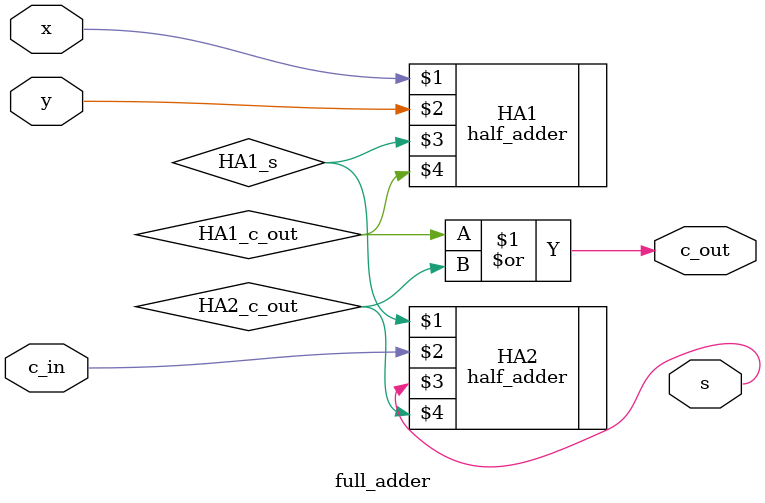
<source format=sv>
/********************************************************************\
| Function/Module Name: full_adder
| Author: Liam Mullen
| Date Created : 11/19/2021
| Date last updated : 11/28/2021
| Summary of Purpose: Addition of 2 1-bit numbers including 1-bit carry
| Input/Stored Value Requirements: 2 1-bit binary numbers
| Values Stored/Returned: Sum of numbers, 1-bit Carry bit
\********************************************************************/

`include "half_adder.sv"

module full_adder(x, y, c_in, s, c_out);
  input x;
  input y;
  input c_in;
  
  output s;
  output c_out;
  
  wire HA1_s;
  wire HA1_c_out;
  wire HA2_c_out;
  
  half_adder HA1(x, y, HA1_s, HA1_c_out);
  half_adder HA2(HA1_s, c_in, s, HA2_c_out);
  
  or #10 o1(c_out, HA1_c_out, HA2_c_out);
  
  
endmodule
</source>
